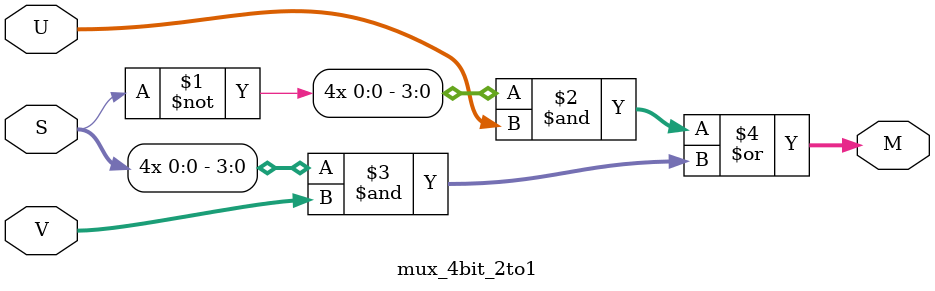
<source format=sv>

module mux_4bit_2to1 (S, U, V, M);
  input S;          // Select input
  input [3:0] U, V;  // 4-bit data inputs
  output [3:0] M;   // 4-bit output
  
  // Behavioral code for the multiplexer
  assign M = ({4{~S}} & U) | ({4{S}} & V);
endmodule

</source>
